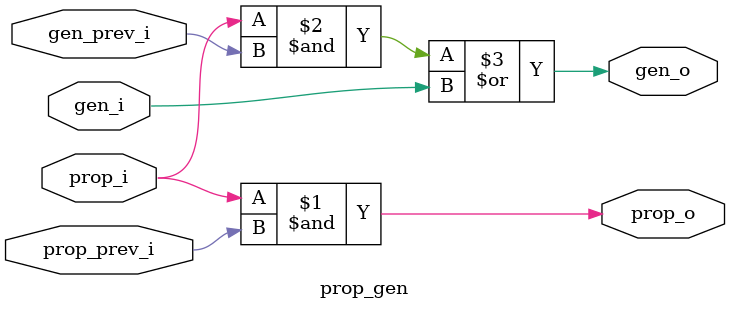
<source format=sv>
/* -------------------------------------------------------------- /
/   Module Name:    ks_adder                                      /
/   Description:    Kogge-Stone Adder (KSA)                       /
/   Author:         Nagel Mejía Segura                            /
/   Create Date:    05.09.2024                                    /
/ -------------------------------------------------------------- */

module ks_adder #(parameter SIZE = 3)(
    input logic [SIZE - 1:0]    a,          //  First Operand
    input logic [SIZE - 1:0]    b,          //  Second Operand
    input logic                 c_in,       // Input carry

    output logic [SIZE -1 :0]   result,      //  Result
    output logic                c_out       // Output carry
);

localparam LEVELS = $clog2(SIZE);

logic [SIZE - 1:0] prop_i [LEVELS:0];
logic [SIZE - 1:0] gen_i [LEVELS:0];

logic [SIZE - 1 : 0] carry_int;

assign prop_i[0] = a ^ b;   //
assign gen_i[0] = a & b;    // 


genvar i,j;
generate
    for (j = 1; j <= LEVELS; j++)begin:stage_
        for (i = 0; i < SIZE; i++)begin:op_
            if(i < (2**((j-1)))) begin
                assign prop_i[j][i] = prop_i[j-1][i];
                assign gen_i[j][i] = gen_i[j-1][i];
            end else begin
                assign prop_i[j][i] = prop_i[j-1][i] & prop_i[j-1][i-(2**(j-1))];
                assign gen_i[j][i] = (prop_i[j-1][i] & gen_i[j-1][i-(2**(j-1))]) | gen_i[j-1][i];
            end
        end
    end
endgenerate


generate
    for (i = 0; i < SIZE; i++) begin
        assign carry_int[i] = gen_i[LEVELS][i] | (prop_i[LEVELS][i] & c_in);
    end
endgenerate

assign c_out = carry_int[SIZE - 1];

assign result[0] = c_in ^ prop_i[0][0];


generate
    for (i = 1; i < SIZE; i++) begin
        assign result[i] = (prop_i[0][i]  ^  carry_int[i-1]);
    end
endgenerate


endmodule

module prop_gen(
    input logic prop_i,
    input logic prop_prev_i,
    input logic gen_i,
    input logic gen_prev_i,
    
    output logic prop_o,
    output logic gen_o
);

assign prop_o = prop_i & prop_prev_i;
assign gen_o = (prop_i & gen_prev_i) | gen_i;

endmodule



</source>
